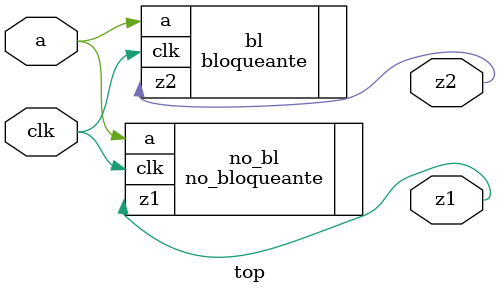
<source format=v>
`include "./no_bloqueante.v"
`include "./bloqueante.v"

module top (
    // Inputs and output ports
    input  a,
    clk,
    output z1,
    z2
);

  // Descripción del comportamiento
  no_bloqueante no_bl (
      .a  (a),
      .clk(clk),
      .z1 (z1)
  );
  bloqueante bl (
      .a  (a),
      .clk(clk),
      .z2 (z2)
  );

endmodule

</source>
